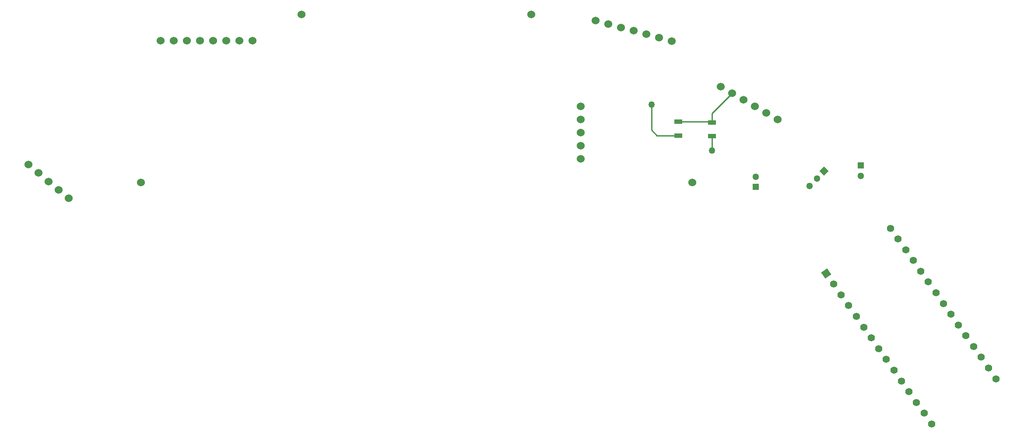
<source format=gtl>
G04*
G04 #@! TF.GenerationSoftware,Altium Limited,Altium Designer,23.5.1 (21)*
G04*
G04 Layer_Physical_Order=1*
G04 Layer_Color=255*
%FSLAX25Y25*%
%MOIN*%
G70*
G04*
G04 #@! TF.SameCoordinates,FF9463CB-EB02-43C4-9E9F-CA5E416C3207*
G04*
G04*
G04 #@! TF.FilePolarity,Positive*
G04*
G01*
G75*
%ADD12C,0.01000*%
%ADD13R,0.06102X0.03543*%
%ADD15C,0.05118*%
%ADD16P,0.07238X4X270.0*%
%ADD17R,0.05118X0.05118*%
%ADD19P,0.07873X4X80.0*%
%ADD20C,0.05567*%
%ADD24C,0.06000*%
%ADD25C,0.05000*%
D12*
X683217Y242783D02*
X699500D01*
X679000Y247000D02*
X683217Y242783D01*
X679000Y247000D02*
Y266500D01*
X724500Y253217D02*
X725000Y252716D01*
X699500Y253217D02*
X724500D01*
X725000Y259641D02*
X740359Y275000D01*
X725000Y252716D02*
Y259641D01*
Y231500D02*
Y242284D01*
D13*
X699500Y242783D02*
D03*
X725000Y242284D02*
D03*
Y252716D02*
D03*
X699500Y253217D02*
D03*
D15*
X799432Y204432D02*
D03*
X805000Y210000D02*
D03*
X838500Y212063D02*
D03*
X758500Y211437D02*
D03*
D16*
X810568Y215568D02*
D03*
D17*
X838500Y219937D02*
D03*
X758500Y203563D02*
D03*
D19*
X812057Y137766D02*
D03*
D20*
X817793Y129575D02*
D03*
X823528Y121383D02*
D03*
X829264Y113192D02*
D03*
X835000Y105000D02*
D03*
X840736Y96808D02*
D03*
X846472Y88617D02*
D03*
X852207Y80425D02*
D03*
X857943Y72234D02*
D03*
X863679Y64042D02*
D03*
X869415Y55851D02*
D03*
X875150Y47659D02*
D03*
X880886Y39468D02*
D03*
X886622Y31276D02*
D03*
X892358Y23085D02*
D03*
X941507Y57499D02*
D03*
X935771Y65691D02*
D03*
X930035Y73882D02*
D03*
X924299Y82074D02*
D03*
X918564Y90265D02*
D03*
X912828Y98457D02*
D03*
X907092Y106649D02*
D03*
X901356Y114840D02*
D03*
X895621Y123032D02*
D03*
X889885Y131223D02*
D03*
X884149Y139415D02*
D03*
X878413Y147606D02*
D03*
X872678Y155798D02*
D03*
X866942Y163989D02*
D03*
X861206Y172181D02*
D03*
D24*
X625000Y265000D02*
D03*
Y255000D02*
D03*
Y245000D02*
D03*
Y235000D02*
D03*
Y225000D02*
D03*
X636363Y330353D02*
D03*
X646022Y327765D02*
D03*
X655681Y325176D02*
D03*
X665341Y322588D02*
D03*
X675000Y320000D02*
D03*
X684659Y317412D02*
D03*
X694319Y314824D02*
D03*
X375000Y315000D02*
D03*
X365000D02*
D03*
X355000D02*
D03*
X345000D02*
D03*
X335000D02*
D03*
X325000D02*
D03*
X315000D02*
D03*
X305000D02*
D03*
X731699Y280000D02*
D03*
X740359Y275000D02*
D03*
X749019Y270000D02*
D03*
X757679Y265000D02*
D03*
X766340Y260000D02*
D03*
X775000Y255000D02*
D03*
X235000Y195000D02*
D03*
X227340Y201428D02*
D03*
X219679Y207856D02*
D03*
X212019Y214284D02*
D03*
X204358Y220711D02*
D03*
X710000Y206900D02*
D03*
X290000D02*
D03*
X412500Y335000D02*
D03*
X587500D02*
D03*
D25*
X679000Y266500D02*
D03*
X725000Y231500D02*
D03*
M02*

</source>
